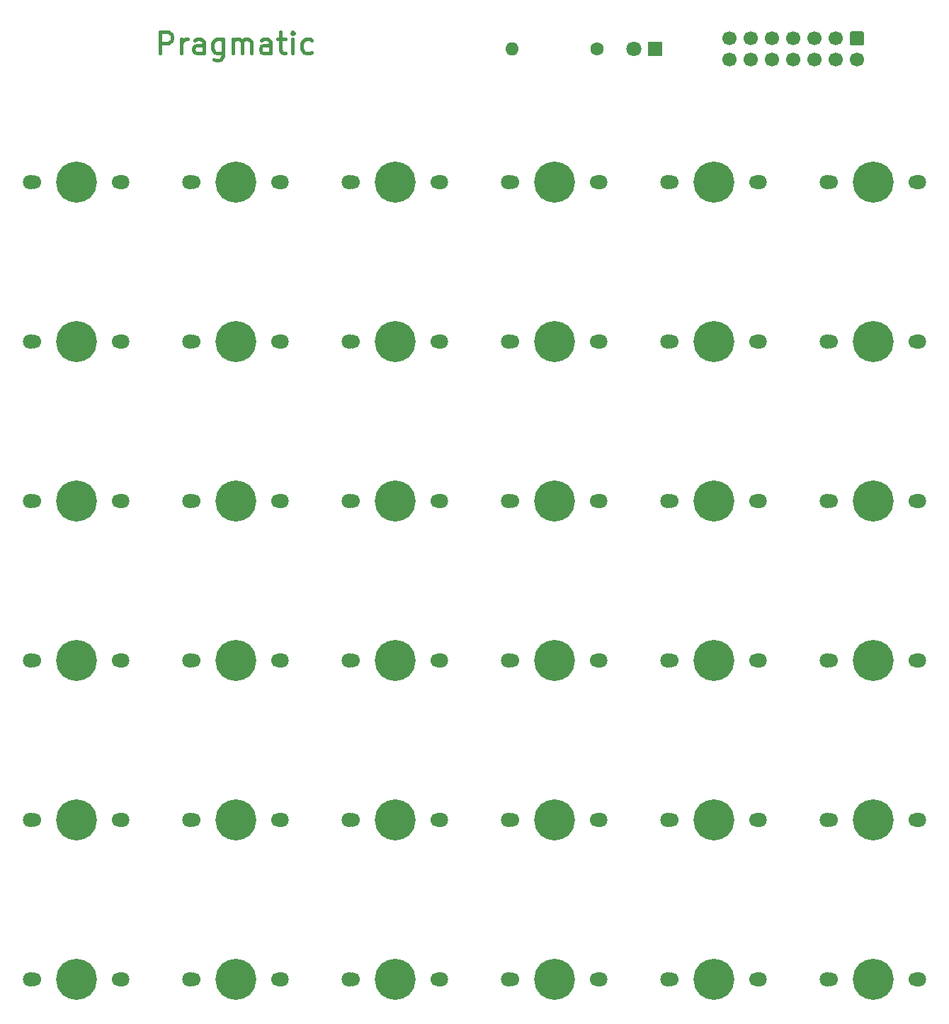
<source format=gts>
%TF.GenerationSoftware,KiCad,Pcbnew,(5.1.10-1-10_14)*%
%TF.CreationDate,2021-11-08T19:14:52+08:00*%
%TF.ProjectId,Pragmatic,50726167-6d61-4746-9963-2e6b69636164,rev?*%
%TF.SameCoordinates,Original*%
%TF.FileFunction,Soldermask,Top*%
%TF.FilePolarity,Negative*%
%FSLAX46Y46*%
G04 Gerber Fmt 4.6, Leading zero omitted, Abs format (unit mm)*
G04 Created by KiCad (PCBNEW (5.1.10-1-10_14)) date 2021-11-08 19:14:52*
%MOMM*%
%LPD*%
G01*
G04 APERTURE LIST*
%ADD10C,0.381000*%
%ADD11C,4.900000*%
%ADD12C,1.800000*%
%ADD13C,1.700000*%
%ADD14O,1.600000X1.600000*%
%ADD15C,1.600000*%
%ADD16R,1.800000X1.800000*%
G04 APERTURE END LIST*
D10*
X67189047Y-41789047D02*
X67189047Y-39249047D01*
X68156666Y-39249047D01*
X68398571Y-39370000D01*
X68519523Y-39490952D01*
X68640476Y-39732857D01*
X68640476Y-40095714D01*
X68519523Y-40337619D01*
X68398571Y-40458571D01*
X68156666Y-40579523D01*
X67189047Y-40579523D01*
X69729047Y-41789047D02*
X69729047Y-40095714D01*
X69729047Y-40579523D02*
X69850000Y-40337619D01*
X69970952Y-40216666D01*
X70212857Y-40095714D01*
X70454761Y-40095714D01*
X72390000Y-41789047D02*
X72390000Y-40458571D01*
X72269047Y-40216666D01*
X72027142Y-40095714D01*
X71543333Y-40095714D01*
X71301428Y-40216666D01*
X72390000Y-41668095D02*
X72148095Y-41789047D01*
X71543333Y-41789047D01*
X71301428Y-41668095D01*
X71180476Y-41426190D01*
X71180476Y-41184285D01*
X71301428Y-40942380D01*
X71543333Y-40821428D01*
X72148095Y-40821428D01*
X72390000Y-40700476D01*
X74688095Y-40095714D02*
X74688095Y-42151904D01*
X74567142Y-42393809D01*
X74446190Y-42514761D01*
X74204285Y-42635714D01*
X73841428Y-42635714D01*
X73599523Y-42514761D01*
X74688095Y-41668095D02*
X74446190Y-41789047D01*
X73962380Y-41789047D01*
X73720476Y-41668095D01*
X73599523Y-41547142D01*
X73478571Y-41305238D01*
X73478571Y-40579523D01*
X73599523Y-40337619D01*
X73720476Y-40216666D01*
X73962380Y-40095714D01*
X74446190Y-40095714D01*
X74688095Y-40216666D01*
X75897619Y-41789047D02*
X75897619Y-40095714D01*
X75897619Y-40337619D02*
X76018571Y-40216666D01*
X76260476Y-40095714D01*
X76623333Y-40095714D01*
X76865238Y-40216666D01*
X76986190Y-40458571D01*
X76986190Y-41789047D01*
X76986190Y-40458571D02*
X77107142Y-40216666D01*
X77349047Y-40095714D01*
X77711904Y-40095714D01*
X77953809Y-40216666D01*
X78074761Y-40458571D01*
X78074761Y-41789047D01*
X80372857Y-41789047D02*
X80372857Y-40458571D01*
X80251904Y-40216666D01*
X80010000Y-40095714D01*
X79526190Y-40095714D01*
X79284285Y-40216666D01*
X80372857Y-41668095D02*
X80130952Y-41789047D01*
X79526190Y-41789047D01*
X79284285Y-41668095D01*
X79163333Y-41426190D01*
X79163333Y-41184285D01*
X79284285Y-40942380D01*
X79526190Y-40821428D01*
X80130952Y-40821428D01*
X80372857Y-40700476D01*
X81219523Y-40095714D02*
X82187142Y-40095714D01*
X81582380Y-39249047D02*
X81582380Y-41426190D01*
X81703333Y-41668095D01*
X81945238Y-41789047D01*
X82187142Y-41789047D01*
X83033809Y-41789047D02*
X83033809Y-40095714D01*
X83033809Y-39249047D02*
X82912857Y-39370000D01*
X83033809Y-39490952D01*
X83154761Y-39370000D01*
X83033809Y-39249047D01*
X83033809Y-39490952D01*
X85331904Y-41668095D02*
X85090000Y-41789047D01*
X84606190Y-41789047D01*
X84364285Y-41668095D01*
X84243333Y-41547142D01*
X84122380Y-41305238D01*
X84122380Y-40579523D01*
X84243333Y-40337619D01*
X84364285Y-40216666D01*
X84606190Y-40095714D01*
X85090000Y-40095714D01*
X85331904Y-40216666D01*
D11*
X114300000Y-76200000D03*
D12*
X108800000Y-76200000D03*
X119800000Y-76200000D03*
D13*
X119380000Y-76200000D03*
X109220000Y-76200000D03*
D11*
X152400000Y-152400000D03*
D12*
X146900000Y-152400000D03*
X157900000Y-152400000D03*
D13*
X157480000Y-152400000D03*
X147320000Y-152400000D03*
D11*
X95250000Y-57150000D03*
D12*
X89750000Y-57150000D03*
X100750000Y-57150000D03*
D13*
X100330000Y-57150000D03*
X90170000Y-57150000D03*
D11*
X76200000Y-57150000D03*
D12*
X70700000Y-57150000D03*
X81700000Y-57150000D03*
D13*
X81280000Y-57150000D03*
X71120000Y-57150000D03*
D11*
X133350000Y-133350000D03*
D12*
X127850000Y-133350000D03*
X138850000Y-133350000D03*
D13*
X138430000Y-133350000D03*
X128270000Y-133350000D03*
D11*
X114300000Y-133350000D03*
D12*
X108800000Y-133350000D03*
X119800000Y-133350000D03*
D13*
X119380000Y-133350000D03*
X109220000Y-133350000D03*
D11*
X152400000Y-114300000D03*
D12*
X146900000Y-114300000D03*
X157900000Y-114300000D03*
D13*
X157480000Y-114300000D03*
X147320000Y-114300000D03*
D11*
X133350000Y-152400000D03*
D12*
X127850000Y-152400000D03*
X138850000Y-152400000D03*
D13*
X138430000Y-152400000D03*
X128270000Y-152400000D03*
D11*
X114300000Y-152400000D03*
D12*
X108800000Y-152400000D03*
X119800000Y-152400000D03*
D13*
X119380000Y-152400000D03*
X109220000Y-152400000D03*
D11*
X95250000Y-152400000D03*
D12*
X89750000Y-152400000D03*
X100750000Y-152400000D03*
D13*
X100330000Y-152400000D03*
X90170000Y-152400000D03*
D11*
X76200000Y-152400000D03*
D12*
X70700000Y-152400000D03*
X81700000Y-152400000D03*
D13*
X81280000Y-152400000D03*
X71120000Y-152400000D03*
D11*
X57150000Y-152400000D03*
D12*
X51650000Y-152400000D03*
X62650000Y-152400000D03*
D13*
X62230000Y-152400000D03*
X52070000Y-152400000D03*
D11*
X152400000Y-133350000D03*
D12*
X146900000Y-133350000D03*
X157900000Y-133350000D03*
D13*
X157480000Y-133350000D03*
X147320000Y-133350000D03*
D11*
X95250000Y-133350000D03*
D12*
X89750000Y-133350000D03*
X100750000Y-133350000D03*
D13*
X100330000Y-133350000D03*
X90170000Y-133350000D03*
D11*
X76200000Y-133350000D03*
D12*
X70700000Y-133350000D03*
X81700000Y-133350000D03*
D13*
X81280000Y-133350000D03*
X71120000Y-133350000D03*
D11*
X57150000Y-133350000D03*
D12*
X51650000Y-133350000D03*
X62650000Y-133350000D03*
D13*
X62230000Y-133350000D03*
X52070000Y-133350000D03*
D11*
X133350000Y-114300000D03*
D12*
X127850000Y-114300000D03*
X138850000Y-114300000D03*
D13*
X138430000Y-114300000D03*
X128270000Y-114300000D03*
D11*
X114300000Y-114300000D03*
D12*
X108800000Y-114300000D03*
X119800000Y-114300000D03*
D13*
X119380000Y-114300000D03*
X109220000Y-114300000D03*
D11*
X95250000Y-114300000D03*
D12*
X89750000Y-114300000D03*
X100750000Y-114300000D03*
D13*
X100330000Y-114300000D03*
X90170000Y-114300000D03*
D11*
X76200000Y-114300000D03*
D12*
X70700000Y-114300000D03*
X81700000Y-114300000D03*
D13*
X81280000Y-114300000D03*
X71120000Y-114300000D03*
D11*
X57150000Y-114300000D03*
D12*
X51650000Y-114300000D03*
X62650000Y-114300000D03*
D13*
X62230000Y-114300000D03*
X52070000Y-114300000D03*
D11*
X152400000Y-95250000D03*
D12*
X146900000Y-95250000D03*
X157900000Y-95250000D03*
D13*
X157480000Y-95250000D03*
X147320000Y-95250000D03*
D11*
X133350000Y-95250000D03*
D12*
X127850000Y-95250000D03*
X138850000Y-95250000D03*
D13*
X138430000Y-95250000D03*
X128270000Y-95250000D03*
D11*
X114300000Y-95250000D03*
D12*
X108800000Y-95250000D03*
X119800000Y-95250000D03*
D13*
X119380000Y-95250000D03*
X109220000Y-95250000D03*
D11*
X95250000Y-95250000D03*
D12*
X89750000Y-95250000D03*
X100750000Y-95250000D03*
D13*
X100330000Y-95250000D03*
X90170000Y-95250000D03*
D11*
X76200000Y-95250000D03*
D12*
X70700000Y-95250000D03*
X81700000Y-95250000D03*
D13*
X81280000Y-95250000D03*
X71120000Y-95250000D03*
D11*
X57150000Y-95250000D03*
D12*
X51650000Y-95250000D03*
X62650000Y-95250000D03*
D13*
X62230000Y-95250000D03*
X52070000Y-95250000D03*
D11*
X152400000Y-76200000D03*
D12*
X146900000Y-76200000D03*
X157900000Y-76200000D03*
D13*
X157480000Y-76200000D03*
X147320000Y-76200000D03*
D11*
X133350000Y-76200000D03*
D12*
X127850000Y-76200000D03*
X138850000Y-76200000D03*
D13*
X138430000Y-76200000D03*
X128270000Y-76200000D03*
D11*
X95250000Y-76200000D03*
D12*
X89750000Y-76200000D03*
X100750000Y-76200000D03*
D13*
X100330000Y-76200000D03*
X90170000Y-76200000D03*
D11*
X76200000Y-76200000D03*
D12*
X70700000Y-76200000D03*
X81700000Y-76200000D03*
D13*
X81280000Y-76200000D03*
X71120000Y-76200000D03*
D11*
X57150000Y-76200000D03*
D12*
X51650000Y-76200000D03*
X62650000Y-76200000D03*
D13*
X62230000Y-76200000D03*
X52070000Y-76200000D03*
D11*
X152400000Y-57150000D03*
D12*
X146900000Y-57150000D03*
X157900000Y-57150000D03*
D13*
X157480000Y-57150000D03*
X147320000Y-57150000D03*
D11*
X133350000Y-57150000D03*
D12*
X127850000Y-57150000D03*
X138850000Y-57150000D03*
D13*
X138430000Y-57150000D03*
X128270000Y-57150000D03*
D11*
X114300000Y-57150000D03*
D12*
X108800000Y-57150000D03*
X119800000Y-57150000D03*
D13*
X119380000Y-57150000D03*
X109220000Y-57150000D03*
D11*
X57150000Y-57150000D03*
D12*
X51650000Y-57150000D03*
X62650000Y-57150000D03*
D13*
X62230000Y-57150000D03*
X52070000Y-57150000D03*
D14*
X109220000Y-41275000D03*
D15*
X119380000Y-41275000D03*
D13*
X135255000Y-42545000D03*
X137795000Y-42545000D03*
X140335000Y-42545000D03*
X142875000Y-42545000D03*
X145415000Y-42545000D03*
X147955000Y-42545000D03*
X150495000Y-42545000D03*
X135255000Y-40005000D03*
X137795000Y-40005000D03*
X140335000Y-40005000D03*
X142875000Y-40005000D03*
X145415000Y-40005000D03*
X147955000Y-40005000D03*
G36*
G01*
X149895000Y-39155000D02*
X151095000Y-39155000D01*
G75*
G02*
X151345000Y-39405000I0J-250000D01*
G01*
X151345000Y-40605000D01*
G75*
G02*
X151095000Y-40855000I-250000J0D01*
G01*
X149895000Y-40855000D01*
G75*
G02*
X149645000Y-40605000I0J250000D01*
G01*
X149645000Y-39405000D01*
G75*
G02*
X149895000Y-39155000I250000J0D01*
G01*
G37*
D12*
X123825000Y-41275000D03*
D16*
X126365000Y-41275000D03*
M02*

</source>
